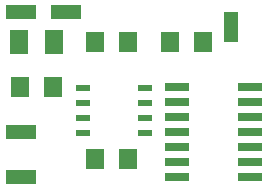
<source format=gtp>
G04 EAGLE Gerber RS-274X export*
G75*
%MOMM*%
%FSLAX34Y34*%
%LPD*%
%INTop Paste*%
%IPPOS*%
%AMOC8*
5,1,8,0,0,1.08239X$1,22.5*%
G01*
%ADD10R,1.500000X2.000000*%
%ADD11R,1.600000X1.800000*%
%ADD12R,1.270000X2.540000*%
%ADD13R,2.540000X1.270000*%
%ADD14R,2.032000X0.660400*%
%ADD15R,1.600000X1.803000*%
%ADD16R,1.254900X0.508000*%


D10*
X53100Y139700D03*
X23100Y139700D03*
D11*
X52100Y101600D03*
X24100Y101600D03*
D12*
X203200Y152400D03*
D13*
X25400Y165100D03*
X25400Y63500D03*
D14*
X157226Y101600D03*
X218694Y101600D03*
X157226Y88900D03*
X157226Y76200D03*
X218694Y88900D03*
X218694Y76200D03*
X157226Y63500D03*
X218694Y63500D03*
X157226Y50800D03*
X157226Y38100D03*
X218694Y50800D03*
X218694Y38100D03*
X157226Y25400D03*
X218694Y25400D03*
D11*
X87600Y139700D03*
X115600Y139700D03*
X151100Y139700D03*
X179100Y139700D03*
D15*
X87380Y40640D03*
X115820Y40640D03*
D13*
X63500Y165100D03*
X25400Y25400D03*
D16*
X77927Y100330D03*
X77927Y87630D03*
X77927Y74930D03*
X77927Y62230D03*
X130354Y62230D03*
X130354Y74930D03*
X130354Y87630D03*
X130354Y100330D03*
M02*

</source>
